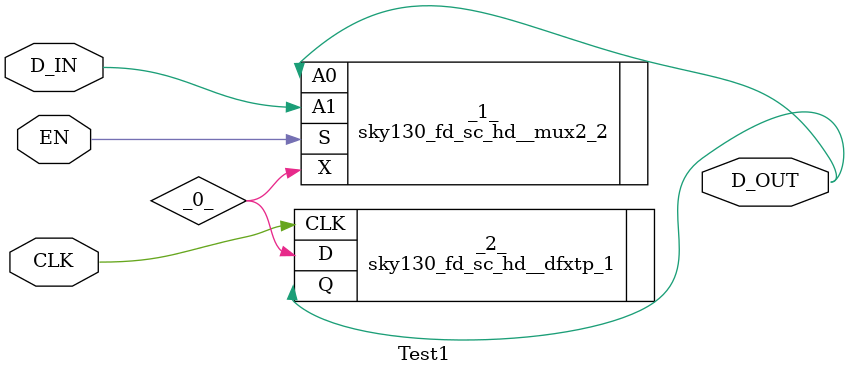
<source format=v>
/* Generated by Yosys 0.7 (git sha1 61f6811, gcc 6.2.0-11ubuntu1 -O2 -fdebug-prefix-map=/build/yosys-OIL3SR/yosys-0.7=. -fstack-protector-strong -fPIC -Os) */

module Test1(CLK, EN, D_IN, D_OUT);
  wire _0_;
  input CLK;
  input D_IN;
  output D_OUT;
  input EN;
  sky130_fd_sc_hd__mux2_2 _1_ (
    .A0(D_OUT),
    .A1(D_IN),
    .S(EN),
    .X(_0_)
  );
  sky130_fd_sc_hd__dfxtp_1 _2_ (
    .CLK(CLK),
    .D(_0_),
    .Q(D_OUT)
  );
endmodule

</source>
